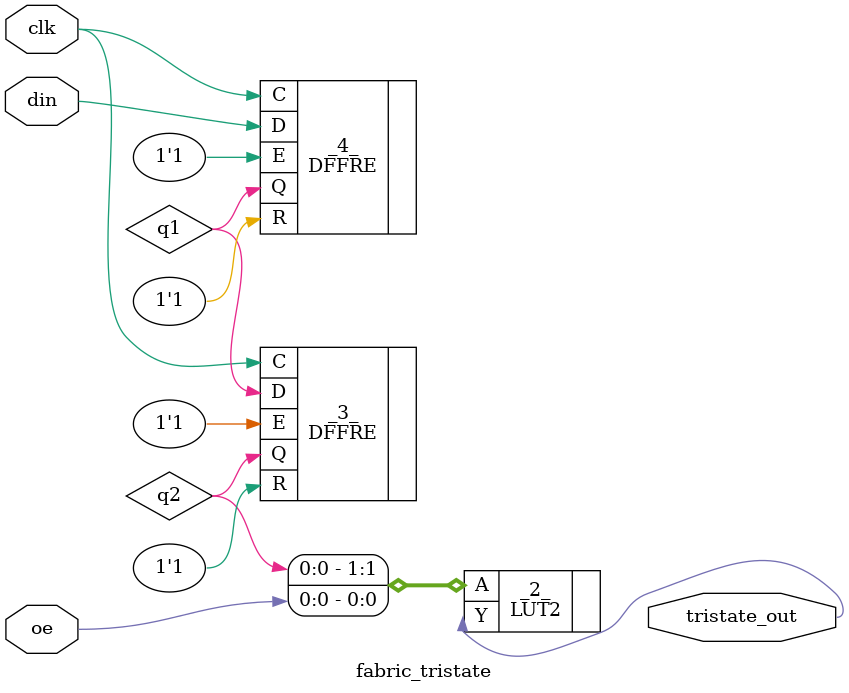
<source format=v>
/* Generated by Yosys 0.18+10 (git sha1 9ae216287, gcc 11.4.0-1ubuntu1~22.04 -fPIC -Os) */

module fabric_tristate(din, oe, tristate_out, clk);
  input clk;
  input din;
  input oe;
  output tristate_out;
  (* src = "/home/alain/os-fpga/yosys_verific_rs/yosys/install/bin/../share/yosys/rapidsilicon/genesis3/lut_map.v:12.23-12.24" *)
  wire [1:0] _0_;
  (* src = "/home/alain/os-fpga/yosys_verific_rs/yosys/install/bin/../share/yosys/rapidsilicon/genesis3/lut_map.v:13.13-13.14" *)
  wire _1_;
  (* keep = 32'h00000001 *)
  (* src = "tristate.v:15.10-15.13" *)
  (* keep = 32'h00000001 *)
  (* src = "tristate.v:15.10-15.13" *)
  wire clk;
  (* keep = 32'h00000001 *)
  (* src = "tristate.v:14.10-14.13" *)
  (* keep = 32'h00000001 *)
  (* src = "tristate.v:14.10-14.13" *)
  wire din;
  (* keep = 32'h00000001 *)
  (* src = "tristate.v:16.10-16.12" *)
  (* keep = 32'h00000001 *)
  (* src = "tristate.v:16.10-16.12" *)
  wire oe;
  (* keep = 32'h00000001 *)
  (* src = "tristate.v:19.8-19.10" *)
  wire q1;
  (* keep = 32'h00000001 *)
  (* src = "tristate.v:20.8-20.10" *)
  wire q2;
  (* keep = 32'h00000001 *)
  (* src = "tristate.v:17.11-17.23" *)
  (* keep = 32'h00000001 *)
  (* src = "tristate.v:17.11-17.23" *)
  wire tristate_out;
  (* module_not_derived = 32'h00000001 *)
  (* src = "/home/alain/os-fpga/yosys_verific_rs/yosys/install/bin/../share/yosys/rapidsilicon/genesis3/lut_map.v:21.38-21.69" *)
  LUT2 #(
    .INIT_VALUE(4'h8)
  ) _2_ (
    .Y(tristate_out),
    .A({ q2, oe })
  );
  (* module_not_derived = 32'h00000001 *)
  (* src = "/home/alain/os-fpga/yosys_verific_rs/yosys/install/bin/../share/yosys/rapidsilicon/genesis3/ffs_map.v:10.11-10.70" *)
  DFFRE _3_ (
    .C(clk),
    .D(q1),
    .E(1'h1),
    .Q(q2),
    .R(1'h1)
  );
  (* module_not_derived = 32'h00000001 *)
  (* src = "/home/alain/os-fpga/yosys_verific_rs/yosys/install/bin/../share/yosys/rapidsilicon/genesis3/ffs_map.v:10.11-10.70" *)
  DFFRE _4_ (
    .C(clk),
    .D(din),
    .E(1'h1),
    .Q(q1),
    .R(1'h1)
  );
endmodule

</source>
